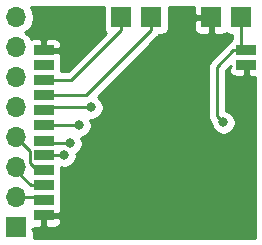
<source format=gbr>
G04 #@! TF.GenerationSoftware,KiCad,Pcbnew,(5.1.5)-3*
G04 #@! TF.CreationDate,2020-07-12T19:07:34-04:00*
G04 #@! TF.ProjectId,BreakoutSI4463PRORev3,42726561-6b6f-4757-9453-493434363350,rev?*
G04 #@! TF.SameCoordinates,Original*
G04 #@! TF.FileFunction,Copper,L1,Top*
G04 #@! TF.FilePolarity,Positive*
%FSLAX46Y46*%
G04 Gerber Fmt 4.6, Leading zero omitted, Abs format (unit mm)*
G04 Created by KiCad (PCBNEW (5.1.5)-3) date 2020-07-12 19:07:34*
%MOMM*%
%LPD*%
G04 APERTURE LIST*
%ADD10R,1.676400X0.812800*%
%ADD11O,1.700000X1.700000*%
%ADD12R,1.700000X1.700000*%
%ADD13C,0.800000*%
%ADD14C,0.250000*%
%ADD15C,0.254000*%
G04 APERTURE END LIST*
D10*
X138856720Y-97965260D03*
X121714260Y-110744000D03*
X121714260Y-106934000D03*
X121714260Y-98044000D03*
X121714260Y-101854000D03*
X121714260Y-103124000D03*
X121714260Y-104472740D03*
X121714260Y-108204000D03*
X121714260Y-96774000D03*
X138856720Y-96774000D03*
X121714260Y-109474000D03*
X121714260Y-105664000D03*
X121714260Y-100584000D03*
X121714260Y-99314000D03*
D11*
X119380000Y-93980000D03*
X119380000Y-96520000D03*
X119380000Y-99060000D03*
X119380000Y-101600000D03*
X119380000Y-104140000D03*
X119380000Y-106680000D03*
X119380000Y-109220000D03*
D12*
X119380000Y-111760000D03*
X128270000Y-93980000D03*
X130810000Y-93980000D03*
X138430000Y-93980000D03*
X135890000Y-93980000D03*
D13*
X136906000Y-102870000D03*
X123190000Y-94996000D03*
X129794000Y-101854000D03*
X125730000Y-101600000D03*
X124714000Y-103124000D03*
X123952000Y-104648000D03*
X123444000Y-105664000D03*
D14*
X137768520Y-96774000D02*
X138856720Y-96774000D01*
X136398000Y-98144520D02*
X137768520Y-96774000D01*
X136906000Y-102870000D02*
X136398000Y-102362000D01*
X136398000Y-102362000D02*
X136398000Y-98144520D01*
X138430000Y-96347280D02*
X138856720Y-96774000D01*
X138430000Y-93980000D02*
X138430000Y-96347280D01*
X128270000Y-95080000D02*
X128270000Y-93980000D01*
X124036000Y-99314000D02*
X128270000Y-95080000D01*
X121714260Y-99314000D02*
X124036000Y-99314000D01*
X130810000Y-95080000D02*
X130810000Y-93980000D01*
X125306000Y-100584000D02*
X130810000Y-95080000D01*
X121714260Y-100584000D02*
X125306000Y-100584000D01*
X121968260Y-101600000D02*
X121714260Y-101854000D01*
X125730000Y-101600000D02*
X121968260Y-101600000D01*
X124714000Y-103124000D02*
X121714260Y-103124000D01*
X121889520Y-104648000D02*
X121714260Y-104472740D01*
X123952000Y-104648000D02*
X121889520Y-104648000D01*
X123444000Y-105664000D02*
X121714260Y-105664000D01*
X120551059Y-105311059D02*
X120229999Y-104989999D01*
X120551059Y-106330401D02*
X120551059Y-105311059D01*
X120229999Y-104989999D02*
X119380000Y-104140000D01*
X121154658Y-106934000D02*
X120551059Y-106330401D01*
X121714260Y-106934000D02*
X121154658Y-106934000D01*
X119380000Y-106957940D02*
X119380000Y-106680000D01*
X120626060Y-108204000D02*
X119380000Y-106957940D01*
X121714260Y-108204000D02*
X120626060Y-108204000D01*
X121460260Y-109220000D02*
X121714260Y-109474000D01*
X119380000Y-109220000D02*
X121460260Y-109220000D01*
D15*
G36*
X134401928Y-93130000D02*
G01*
X134405000Y-93694250D01*
X134563750Y-93853000D01*
X135763000Y-93853000D01*
X135763000Y-93833000D01*
X136017000Y-93833000D01*
X136017000Y-93853000D01*
X136037000Y-93853000D01*
X136037000Y-94107000D01*
X136017000Y-94107000D01*
X136017000Y-95306250D01*
X136175750Y-95465000D01*
X136740000Y-95468072D01*
X136864482Y-95455812D01*
X136984180Y-95419502D01*
X137094494Y-95360537D01*
X137160000Y-95306778D01*
X137225506Y-95360537D01*
X137335820Y-95419502D01*
X137455518Y-95455812D01*
X137580000Y-95468072D01*
X137670001Y-95468072D01*
X137670001Y-95833869D01*
X137664026Y-95837063D01*
X137567335Y-95916415D01*
X137487983Y-96013106D01*
X137451249Y-96081830D01*
X137344243Y-96139026D01*
X137272024Y-96198295D01*
X137228519Y-96233999D01*
X137204721Y-96262997D01*
X135886998Y-97580721D01*
X135858000Y-97604519D01*
X135834202Y-97633517D01*
X135834201Y-97633518D01*
X135763026Y-97720244D01*
X135692454Y-97852274D01*
X135648998Y-97995535D01*
X135634324Y-98144520D01*
X135638001Y-98181852D01*
X135638000Y-102324677D01*
X135634324Y-102362000D01*
X135638000Y-102399322D01*
X135638000Y-102399332D01*
X135648997Y-102510985D01*
X135674551Y-102595226D01*
X135692454Y-102654246D01*
X135763026Y-102786276D01*
X135792428Y-102822102D01*
X135857999Y-102902001D01*
X135871000Y-102912671D01*
X135871000Y-102971939D01*
X135910774Y-103171898D01*
X135988795Y-103360256D01*
X136102063Y-103529774D01*
X136246226Y-103673937D01*
X136415744Y-103787205D01*
X136604102Y-103865226D01*
X136804061Y-103905000D01*
X137007939Y-103905000D01*
X137207898Y-103865226D01*
X137396256Y-103787205D01*
X137565774Y-103673937D01*
X137709937Y-103529774D01*
X137823205Y-103360256D01*
X137901226Y-103171898D01*
X137941000Y-102971939D01*
X137941000Y-102768061D01*
X137901226Y-102568102D01*
X137823205Y-102379744D01*
X137709937Y-102210226D01*
X137565774Y-102066063D01*
X137396256Y-101952795D01*
X137207898Y-101874774D01*
X137158000Y-101864849D01*
X137158000Y-98459321D01*
X137525060Y-98092262D01*
X137542268Y-98092262D01*
X137383520Y-98251010D01*
X137380448Y-98371660D01*
X137392708Y-98496142D01*
X137429018Y-98615840D01*
X137487983Y-98726154D01*
X137567335Y-98822845D01*
X137664026Y-98902197D01*
X137774340Y-98961162D01*
X137894038Y-98997472D01*
X138018520Y-99009732D01*
X138570970Y-99006660D01*
X138729720Y-98847910D01*
X138729720Y-98092260D01*
X138709720Y-98092260D01*
X138709720Y-97838260D01*
X138729720Y-97838260D01*
X138729720Y-97818472D01*
X138983720Y-97818472D01*
X138983720Y-97838260D01*
X139003720Y-97838260D01*
X139003720Y-98092260D01*
X138983720Y-98092260D01*
X138983720Y-98847910D01*
X139142470Y-99006660D01*
X139548001Y-99008915D01*
X139548000Y-112624000D01*
X120866693Y-112624000D01*
X120868072Y-112610000D01*
X120865000Y-112045750D01*
X120706252Y-111887002D01*
X120865000Y-111887002D01*
X120865000Y-111787383D01*
X120876060Y-111788472D01*
X121428510Y-111785400D01*
X121587260Y-111626650D01*
X121587260Y-110871000D01*
X121841260Y-110871000D01*
X121841260Y-111626650D01*
X122000010Y-111785400D01*
X122552460Y-111788472D01*
X122676942Y-111776212D01*
X122796640Y-111739902D01*
X122906954Y-111680937D01*
X123003645Y-111601585D01*
X123082997Y-111504894D01*
X123141962Y-111394580D01*
X123178272Y-111274882D01*
X123190532Y-111150400D01*
X123187460Y-111029750D01*
X123028710Y-110871000D01*
X121841260Y-110871000D01*
X121587260Y-110871000D01*
X121567260Y-110871000D01*
X121567260Y-110617000D01*
X121587260Y-110617000D01*
X121587260Y-110597000D01*
X121841260Y-110597000D01*
X121841260Y-110617000D01*
X123028710Y-110617000D01*
X123187460Y-110458250D01*
X123190532Y-110337600D01*
X123178272Y-110213118D01*
X123146688Y-110109000D01*
X123178272Y-110004882D01*
X123190532Y-109880400D01*
X123190532Y-109067600D01*
X123178272Y-108943118D01*
X123146688Y-108839000D01*
X123178272Y-108734882D01*
X123190532Y-108610400D01*
X123190532Y-107797600D01*
X123178272Y-107673118D01*
X123146688Y-107569000D01*
X123178272Y-107464882D01*
X123190532Y-107340400D01*
X123190532Y-106668859D01*
X123342061Y-106699000D01*
X123545939Y-106699000D01*
X123745898Y-106659226D01*
X123934256Y-106581205D01*
X124103774Y-106467937D01*
X124247937Y-106323774D01*
X124361205Y-106154256D01*
X124439226Y-105965898D01*
X124479000Y-105765939D01*
X124479000Y-105562061D01*
X124475241Y-105543165D01*
X124611774Y-105451937D01*
X124755937Y-105307774D01*
X124869205Y-105138256D01*
X124947226Y-104949898D01*
X124987000Y-104749939D01*
X124987000Y-104546061D01*
X124947226Y-104346102D01*
X124869205Y-104157744D01*
X124863697Y-104149500D01*
X125015898Y-104119226D01*
X125204256Y-104041205D01*
X125373774Y-103927937D01*
X125517937Y-103783774D01*
X125631205Y-103614256D01*
X125709226Y-103425898D01*
X125749000Y-103225939D01*
X125749000Y-103022061D01*
X125709226Y-102822102D01*
X125631725Y-102635000D01*
X125831939Y-102635000D01*
X126031898Y-102595226D01*
X126220256Y-102517205D01*
X126389774Y-102403937D01*
X126533937Y-102259774D01*
X126647205Y-102090256D01*
X126725226Y-101901898D01*
X126765000Y-101701939D01*
X126765000Y-101498061D01*
X126725226Y-101298102D01*
X126647205Y-101109744D01*
X126533937Y-100940226D01*
X126389774Y-100796063D01*
X126257273Y-100707529D01*
X131321009Y-95643794D01*
X131350001Y-95620001D01*
X131373795Y-95591008D01*
X131373799Y-95591004D01*
X131444973Y-95504277D01*
X131444974Y-95504276D01*
X131464326Y-95468072D01*
X131660000Y-95468072D01*
X131784482Y-95455812D01*
X131904180Y-95419502D01*
X132014494Y-95360537D01*
X132111185Y-95281185D01*
X132190537Y-95184494D01*
X132249502Y-95074180D01*
X132285812Y-94954482D01*
X132298072Y-94830000D01*
X134401928Y-94830000D01*
X134414188Y-94954482D01*
X134450498Y-95074180D01*
X134509463Y-95184494D01*
X134588815Y-95281185D01*
X134685506Y-95360537D01*
X134795820Y-95419502D01*
X134915518Y-95455812D01*
X135040000Y-95468072D01*
X135604250Y-95465000D01*
X135763000Y-95306250D01*
X135763000Y-94107000D01*
X134563750Y-94107000D01*
X134405000Y-94265750D01*
X134401928Y-94830000D01*
X132298072Y-94830000D01*
X132298072Y-93130000D01*
X132296693Y-93116000D01*
X134403307Y-93116000D01*
X134401928Y-93130000D01*
G37*
X134401928Y-93130000D02*
X134405000Y-93694250D01*
X134563750Y-93853000D01*
X135763000Y-93853000D01*
X135763000Y-93833000D01*
X136017000Y-93833000D01*
X136017000Y-93853000D01*
X136037000Y-93853000D01*
X136037000Y-94107000D01*
X136017000Y-94107000D01*
X136017000Y-95306250D01*
X136175750Y-95465000D01*
X136740000Y-95468072D01*
X136864482Y-95455812D01*
X136984180Y-95419502D01*
X137094494Y-95360537D01*
X137160000Y-95306778D01*
X137225506Y-95360537D01*
X137335820Y-95419502D01*
X137455518Y-95455812D01*
X137580000Y-95468072D01*
X137670001Y-95468072D01*
X137670001Y-95833869D01*
X137664026Y-95837063D01*
X137567335Y-95916415D01*
X137487983Y-96013106D01*
X137451249Y-96081830D01*
X137344243Y-96139026D01*
X137272024Y-96198295D01*
X137228519Y-96233999D01*
X137204721Y-96262997D01*
X135886998Y-97580721D01*
X135858000Y-97604519D01*
X135834202Y-97633517D01*
X135834201Y-97633518D01*
X135763026Y-97720244D01*
X135692454Y-97852274D01*
X135648998Y-97995535D01*
X135634324Y-98144520D01*
X135638001Y-98181852D01*
X135638000Y-102324677D01*
X135634324Y-102362000D01*
X135638000Y-102399322D01*
X135638000Y-102399332D01*
X135648997Y-102510985D01*
X135674551Y-102595226D01*
X135692454Y-102654246D01*
X135763026Y-102786276D01*
X135792428Y-102822102D01*
X135857999Y-102902001D01*
X135871000Y-102912671D01*
X135871000Y-102971939D01*
X135910774Y-103171898D01*
X135988795Y-103360256D01*
X136102063Y-103529774D01*
X136246226Y-103673937D01*
X136415744Y-103787205D01*
X136604102Y-103865226D01*
X136804061Y-103905000D01*
X137007939Y-103905000D01*
X137207898Y-103865226D01*
X137396256Y-103787205D01*
X137565774Y-103673937D01*
X137709937Y-103529774D01*
X137823205Y-103360256D01*
X137901226Y-103171898D01*
X137941000Y-102971939D01*
X137941000Y-102768061D01*
X137901226Y-102568102D01*
X137823205Y-102379744D01*
X137709937Y-102210226D01*
X137565774Y-102066063D01*
X137396256Y-101952795D01*
X137207898Y-101874774D01*
X137158000Y-101864849D01*
X137158000Y-98459321D01*
X137525060Y-98092262D01*
X137542268Y-98092262D01*
X137383520Y-98251010D01*
X137380448Y-98371660D01*
X137392708Y-98496142D01*
X137429018Y-98615840D01*
X137487983Y-98726154D01*
X137567335Y-98822845D01*
X137664026Y-98902197D01*
X137774340Y-98961162D01*
X137894038Y-98997472D01*
X138018520Y-99009732D01*
X138570970Y-99006660D01*
X138729720Y-98847910D01*
X138729720Y-98092260D01*
X138709720Y-98092260D01*
X138709720Y-97838260D01*
X138729720Y-97838260D01*
X138729720Y-97818472D01*
X138983720Y-97818472D01*
X138983720Y-97838260D01*
X139003720Y-97838260D01*
X139003720Y-98092260D01*
X138983720Y-98092260D01*
X138983720Y-98847910D01*
X139142470Y-99006660D01*
X139548001Y-99008915D01*
X139548000Y-112624000D01*
X120866693Y-112624000D01*
X120868072Y-112610000D01*
X120865000Y-112045750D01*
X120706252Y-111887002D01*
X120865000Y-111887002D01*
X120865000Y-111787383D01*
X120876060Y-111788472D01*
X121428510Y-111785400D01*
X121587260Y-111626650D01*
X121587260Y-110871000D01*
X121841260Y-110871000D01*
X121841260Y-111626650D01*
X122000010Y-111785400D01*
X122552460Y-111788472D01*
X122676942Y-111776212D01*
X122796640Y-111739902D01*
X122906954Y-111680937D01*
X123003645Y-111601585D01*
X123082997Y-111504894D01*
X123141962Y-111394580D01*
X123178272Y-111274882D01*
X123190532Y-111150400D01*
X123187460Y-111029750D01*
X123028710Y-110871000D01*
X121841260Y-110871000D01*
X121587260Y-110871000D01*
X121567260Y-110871000D01*
X121567260Y-110617000D01*
X121587260Y-110617000D01*
X121587260Y-110597000D01*
X121841260Y-110597000D01*
X121841260Y-110617000D01*
X123028710Y-110617000D01*
X123187460Y-110458250D01*
X123190532Y-110337600D01*
X123178272Y-110213118D01*
X123146688Y-110109000D01*
X123178272Y-110004882D01*
X123190532Y-109880400D01*
X123190532Y-109067600D01*
X123178272Y-108943118D01*
X123146688Y-108839000D01*
X123178272Y-108734882D01*
X123190532Y-108610400D01*
X123190532Y-107797600D01*
X123178272Y-107673118D01*
X123146688Y-107569000D01*
X123178272Y-107464882D01*
X123190532Y-107340400D01*
X123190532Y-106668859D01*
X123342061Y-106699000D01*
X123545939Y-106699000D01*
X123745898Y-106659226D01*
X123934256Y-106581205D01*
X124103774Y-106467937D01*
X124247937Y-106323774D01*
X124361205Y-106154256D01*
X124439226Y-105965898D01*
X124479000Y-105765939D01*
X124479000Y-105562061D01*
X124475241Y-105543165D01*
X124611774Y-105451937D01*
X124755937Y-105307774D01*
X124869205Y-105138256D01*
X124947226Y-104949898D01*
X124987000Y-104749939D01*
X124987000Y-104546061D01*
X124947226Y-104346102D01*
X124869205Y-104157744D01*
X124863697Y-104149500D01*
X125015898Y-104119226D01*
X125204256Y-104041205D01*
X125373774Y-103927937D01*
X125517937Y-103783774D01*
X125631205Y-103614256D01*
X125709226Y-103425898D01*
X125749000Y-103225939D01*
X125749000Y-103022061D01*
X125709226Y-102822102D01*
X125631725Y-102635000D01*
X125831939Y-102635000D01*
X126031898Y-102595226D01*
X126220256Y-102517205D01*
X126389774Y-102403937D01*
X126533937Y-102259774D01*
X126647205Y-102090256D01*
X126725226Y-101901898D01*
X126765000Y-101701939D01*
X126765000Y-101498061D01*
X126725226Y-101298102D01*
X126647205Y-101109744D01*
X126533937Y-100940226D01*
X126389774Y-100796063D01*
X126257273Y-100707529D01*
X131321009Y-95643794D01*
X131350001Y-95620001D01*
X131373795Y-95591008D01*
X131373799Y-95591004D01*
X131444973Y-95504277D01*
X131444974Y-95504276D01*
X131464326Y-95468072D01*
X131660000Y-95468072D01*
X131784482Y-95455812D01*
X131904180Y-95419502D01*
X132014494Y-95360537D01*
X132111185Y-95281185D01*
X132190537Y-95184494D01*
X132249502Y-95074180D01*
X132285812Y-94954482D01*
X132298072Y-94830000D01*
X134401928Y-94830000D01*
X134414188Y-94954482D01*
X134450498Y-95074180D01*
X134509463Y-95184494D01*
X134588815Y-95281185D01*
X134685506Y-95360537D01*
X134795820Y-95419502D01*
X134915518Y-95455812D01*
X135040000Y-95468072D01*
X135604250Y-95465000D01*
X135763000Y-95306250D01*
X135763000Y-94107000D01*
X134563750Y-94107000D01*
X134405000Y-94265750D01*
X134401928Y-94830000D01*
X132298072Y-94830000D01*
X132298072Y-93130000D01*
X132296693Y-93116000D01*
X134403307Y-93116000D01*
X134401928Y-93130000D01*
G36*
X119507000Y-111633000D02*
G01*
X119527000Y-111633000D01*
X119527000Y-111887000D01*
X119507000Y-111887000D01*
X119507000Y-111907000D01*
X119253000Y-111907000D01*
X119253000Y-111887000D01*
X119233000Y-111887000D01*
X119233000Y-111633000D01*
X119253000Y-111633000D01*
X119253000Y-111613000D01*
X119507000Y-111613000D01*
X119507000Y-111633000D01*
G37*
X119507000Y-111633000D02*
X119527000Y-111633000D01*
X119527000Y-111887000D01*
X119507000Y-111887000D01*
X119507000Y-111907000D01*
X119253000Y-111907000D01*
X119253000Y-111887000D01*
X119233000Y-111887000D01*
X119233000Y-111633000D01*
X119253000Y-111633000D01*
X119253000Y-111613000D01*
X119507000Y-111613000D01*
X119507000Y-111633000D01*
G36*
X126781928Y-93130000D02*
G01*
X126781928Y-94830000D01*
X126794188Y-94954482D01*
X126830498Y-95074180D01*
X126889463Y-95184494D01*
X126968815Y-95281185D01*
X126982655Y-95292543D01*
X123721199Y-98554000D01*
X123180329Y-98554000D01*
X123190532Y-98450400D01*
X123190532Y-97637600D01*
X123178272Y-97513118D01*
X123146688Y-97409000D01*
X123178272Y-97304882D01*
X123190532Y-97180400D01*
X123187460Y-97059750D01*
X123028710Y-96901000D01*
X121841260Y-96901000D01*
X121841260Y-96921000D01*
X121587260Y-96921000D01*
X121587260Y-96901000D01*
X121567260Y-96901000D01*
X121567260Y-96647000D01*
X121587260Y-96647000D01*
X121587260Y-95891350D01*
X121841260Y-95891350D01*
X121841260Y-96647000D01*
X123028710Y-96647000D01*
X123187460Y-96488250D01*
X123190532Y-96367600D01*
X123178272Y-96243118D01*
X123141962Y-96123420D01*
X123082997Y-96013106D01*
X123003645Y-95916415D01*
X122906954Y-95837063D01*
X122796640Y-95778098D01*
X122676942Y-95741788D01*
X122552460Y-95729528D01*
X122000010Y-95732600D01*
X121841260Y-95891350D01*
X121587260Y-95891350D01*
X121428510Y-95732600D01*
X120876060Y-95729528D01*
X120751578Y-95741788D01*
X120663801Y-95768415D01*
X120533475Y-95573368D01*
X120326632Y-95366525D01*
X120152240Y-95250000D01*
X120326632Y-95133475D01*
X120533475Y-94926632D01*
X120695990Y-94683411D01*
X120807932Y-94413158D01*
X120865000Y-94126260D01*
X120865000Y-93833740D01*
X120807932Y-93546842D01*
X120695990Y-93276589D01*
X120588688Y-93116000D01*
X126783307Y-93116000D01*
X126781928Y-93130000D01*
G37*
X126781928Y-93130000D02*
X126781928Y-94830000D01*
X126794188Y-94954482D01*
X126830498Y-95074180D01*
X126889463Y-95184494D01*
X126968815Y-95281185D01*
X126982655Y-95292543D01*
X123721199Y-98554000D01*
X123180329Y-98554000D01*
X123190532Y-98450400D01*
X123190532Y-97637600D01*
X123178272Y-97513118D01*
X123146688Y-97409000D01*
X123178272Y-97304882D01*
X123190532Y-97180400D01*
X123187460Y-97059750D01*
X123028710Y-96901000D01*
X121841260Y-96901000D01*
X121841260Y-96921000D01*
X121587260Y-96921000D01*
X121587260Y-96901000D01*
X121567260Y-96901000D01*
X121567260Y-96647000D01*
X121587260Y-96647000D01*
X121587260Y-95891350D01*
X121841260Y-95891350D01*
X121841260Y-96647000D01*
X123028710Y-96647000D01*
X123187460Y-96488250D01*
X123190532Y-96367600D01*
X123178272Y-96243118D01*
X123141962Y-96123420D01*
X123082997Y-96013106D01*
X123003645Y-95916415D01*
X122906954Y-95837063D01*
X122796640Y-95778098D01*
X122676942Y-95741788D01*
X122552460Y-95729528D01*
X122000010Y-95732600D01*
X121841260Y-95891350D01*
X121587260Y-95891350D01*
X121428510Y-95732600D01*
X120876060Y-95729528D01*
X120751578Y-95741788D01*
X120663801Y-95768415D01*
X120533475Y-95573368D01*
X120326632Y-95366525D01*
X120152240Y-95250000D01*
X120326632Y-95133475D01*
X120533475Y-94926632D01*
X120695990Y-94683411D01*
X120807932Y-94413158D01*
X120865000Y-94126260D01*
X120865000Y-93833740D01*
X120807932Y-93546842D01*
X120695990Y-93276589D01*
X120588688Y-93116000D01*
X126783307Y-93116000D01*
X126781928Y-93130000D01*
M02*

</source>
